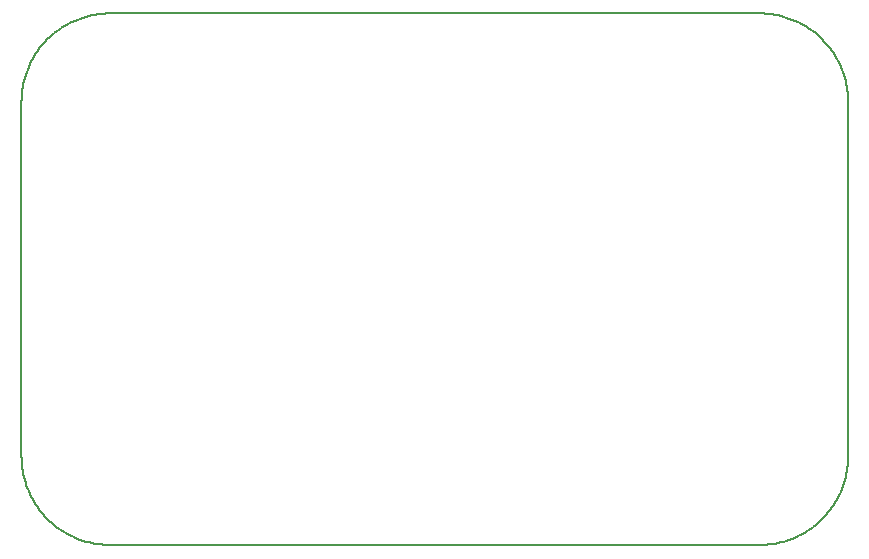
<source format=gko>
G04*
G04 #@! TF.GenerationSoftware,Altium Limited,Altium Designer,23.5.1 (21)*
G04*
G04 Layer_Color=16711935*
%FSLAX25Y25*%
%MOIN*%
G70*
G04*
G04 #@! TF.SameCoordinates,615E306F-8B44-468D-B2DF-EE0A1C7CF722*
G04*
G04*
G04 #@! TF.FilePolarity,Positive*
G04*
G01*
G75*
%ADD11C,0.00500*%
D11*
X29528Y0D02*
X28519Y-17D01*
X27512Y-69D01*
X26508Y-155D01*
X25507Y-275D01*
X24510Y-429D01*
X23520Y-618D01*
X22536Y-840D01*
X21561Y-1095D01*
X20595Y-1383D01*
X19639Y-1705D01*
X18695Y-2059D01*
X17764Y-2444D01*
X16846Y-2862D01*
X15943Y-3311D01*
X15056Y-3790D01*
X14186Y-4299D01*
X13333Y-4837D01*
X12500Y-5404D01*
X11686Y-6000D01*
X10893Y-6623D01*
X10122Y-7272D01*
X9373Y-7948D01*
X8648Y-8648D01*
X7948Y-9373D01*
X7272Y-10122D01*
X6623Y-10893D01*
X6000Y-11686D01*
X5404Y-12500D01*
X4837Y-13333D01*
X4299Y-14186D01*
X3790Y-15056D01*
X3311Y-15943D01*
X2862Y-16846D01*
X2444Y-17764D01*
X2059Y-18695D01*
X1705Y-19639D01*
X1383Y-20595D01*
X1095Y-21561D01*
X840Y-22536D01*
X618Y-23520D01*
X429Y-24511D01*
X275Y-25507D01*
X155Y-26508D01*
X69Y-27513D01*
X17Y-28519D01*
X0Y-29528D01*
X275590D02*
X275573Y-28519D01*
X275522Y-27512D01*
X275436Y-26508D01*
X275315Y-25507D01*
X275161Y-24510D01*
X274973Y-23520D01*
X274751Y-22536D01*
X274496Y-21561D01*
X274207Y-20595D01*
X273886Y-19639D01*
X273532Y-18695D01*
X273146Y-17764D01*
X272729Y-16846D01*
X272280Y-15943D01*
X271801Y-15056D01*
X271292Y-14186D01*
X270753Y-13333D01*
X270186Y-12500D01*
X269591Y-11686D01*
X268968Y-10893D01*
X268318Y-10122D01*
X267643Y-9373D01*
X266942Y-8648D01*
X266217Y-7948D01*
X265469Y-7272D01*
X264698Y-6623D01*
X263905Y-6000D01*
X263091Y-5404D01*
X262257Y-4837D01*
X261405Y-4299D01*
X260535Y-3790D01*
X259648Y-3311D01*
X258745Y-2862D01*
X257827Y-2444D01*
X256895Y-2059D01*
X255951Y-1705D01*
X254995Y-1383D01*
X254029Y-1095D01*
X253054Y-840D01*
X252071Y-618D01*
X251080Y-429D01*
X250084Y-275D01*
X249083Y-155D01*
X248078Y-69D01*
X247071Y-17D01*
X246063Y0D01*
X246063Y-177165D02*
X247071Y-177148D01*
X248078Y-177096D01*
X249083Y-177011D01*
X250084Y-176890D01*
X251080Y-176736D01*
X252070Y-176548D01*
X253054Y-176326D01*
X254029Y-176070D01*
X254995Y-175782D01*
X255951Y-175461D01*
X256895Y-175107D01*
X257827Y-174721D01*
X258745Y-174303D01*
X259647Y-173855D01*
X260535Y-173376D01*
X261405Y-172867D01*
X262257Y-172328D01*
X263091Y-171761D01*
X263905Y-171166D01*
X264697Y-170543D01*
X265469Y-169893D01*
X266217Y-169218D01*
X266942Y-168517D01*
X267643Y-167792D01*
X268318Y-167043D01*
X268968Y-166272D01*
X269591Y-165480D01*
X270186Y-164666D01*
X270753Y-163832D01*
X271292Y-162980D01*
X271801Y-162110D01*
X272280Y-161223D01*
X272728Y-160319D01*
X273146Y-159402D01*
X273532Y-158470D01*
X273886Y-157526D01*
X274207Y-156570D01*
X274496Y-155604D01*
X274751Y-154629D01*
X274973Y-153646D01*
X275161Y-152655D01*
X275315Y-151659D01*
X275436Y-150658D01*
X275522Y-149653D01*
X275573Y-148646D01*
X275590Y-147638D01*
X0Y-147554D02*
X14Y-148561D01*
X63Y-149567D01*
X146Y-150571D01*
X263Y-151572D01*
X415Y-152568D01*
X600Y-153558D01*
X818Y-154541D01*
X1070Y-155517D01*
X1356Y-156483D01*
X1674Y-157438D01*
X2024Y-158383D01*
X2407Y-159315D01*
X2821Y-160233D01*
X3266Y-161137D01*
X3742Y-162024D01*
X4248Y-162896D01*
X4783Y-163749D01*
X5347Y-164584D01*
X5939Y-165399D01*
X6559Y-166193D01*
X7205Y-166966D01*
X7877Y-167716D01*
X8574Y-168443D01*
X9296Y-169145D01*
X10042Y-169823D01*
X10810Y-170475D01*
X11600Y-171100D01*
X12410Y-171698D01*
X13241Y-172268D01*
X14091Y-172809D01*
X14958Y-173321D01*
X15843Y-173803D01*
X16743Y-174254D01*
X17659Y-174675D01*
X18588Y-175064D01*
X19530Y-175421D01*
X20483Y-175746D01*
X21447Y-176038D01*
X22421Y-176297D01*
X23402Y-176523D01*
X24391Y-176715D01*
X25386Y-176874D01*
X26386Y-176998D01*
X27389Y-177088D01*
X28395Y-177144D01*
X29402Y-177165D01*
X29402D02*
X246063D01*
X0Y-147638D02*
Y-29528D01*
X29528Y0D02*
X246063D01*
X275590Y-29528D02*
X275590Y-147638D01*
M02*

</source>
